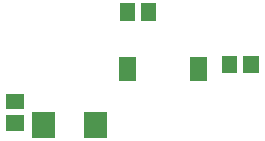
<source format=gbr>
G04 start of page 15 for group -4015 idx -4015 *
G04 Title: (unknown), toppaste *
G04 Creator: pcb 1.99z *
G04 CreationDate: Tue 21 Jul 2015 11:24:29 AM GMT UTC *
G04 For: david *
G04 Format: Gerber/RS-274X *
G04 PCB-Dimensions (mm): 31.75 26.42 *
G04 PCB-Coordinate-Origin: lower left *
%MOMM*%
%FSLAX43Y43*%
%LNTOPPASTE*%
%ADD101R,1.452X1.452*%
%ADD100R,1.300X1.300*%
%ADD99R,2.000X2.000*%
G54D99*X7874Y3661D02*Y3451D01*
X12254Y3661D02*Y3451D01*
G54D100*X5361Y5483D02*X5561D01*
X5361Y3683D02*X5561D01*
X14964Y13181D02*Y12981D01*
X16764Y13181D02*Y12981D01*
X25422Y8736D02*Y8536D01*
X23622Y8736D02*Y8536D01*
G54D101*X14955Y8555D02*Y7955D01*
X20955Y8555D02*Y7955D01*
M02*

</source>
